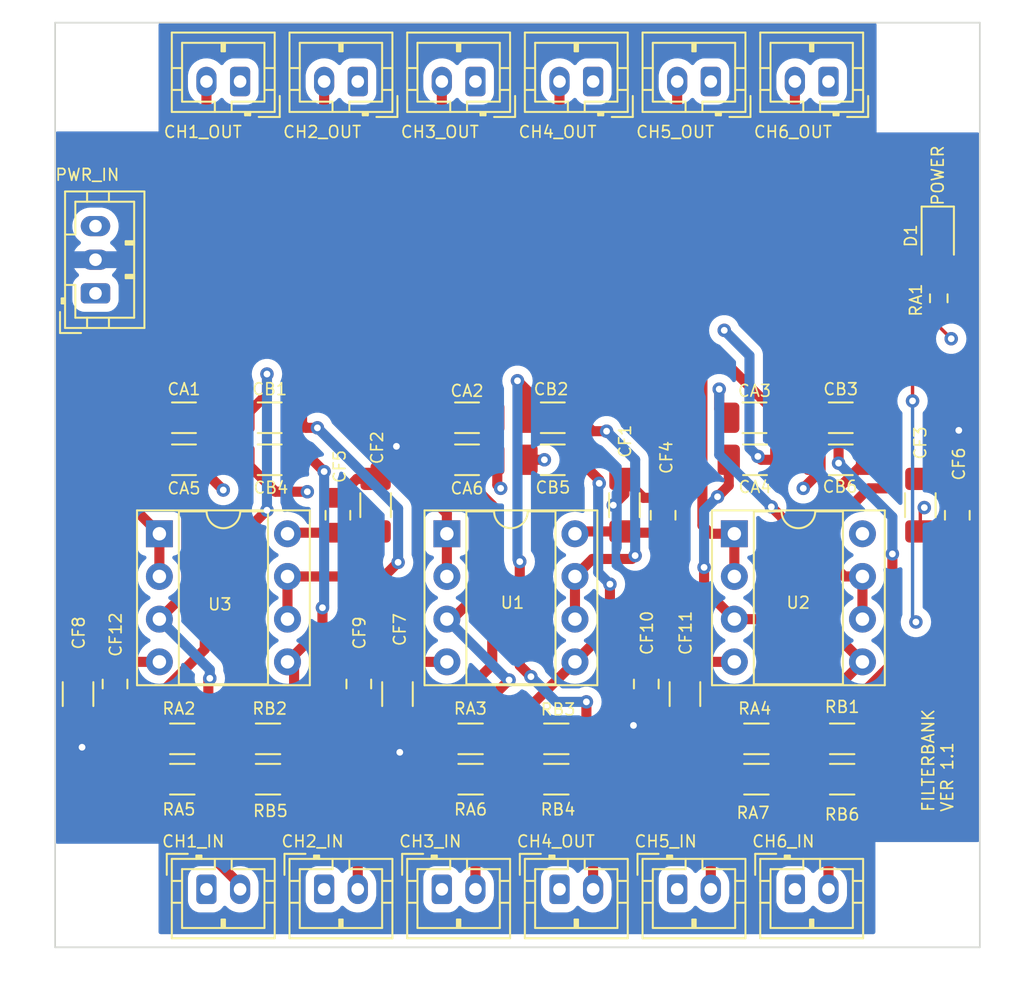
<source format=kicad_pcb>
(kicad_pcb (version 20221018) (generator pcbnew)
  (layers (0 "F.Cu" signal) (1 "In1.Cu" signal) (2 "In2.Cu" signal) (31 "B.Cu" signal) (34 "B.Paste" user) (35 "F.Paste" user) (36 "B.SilkS" user "B.Silkscreen") (37 "F.SilkS" user "F.Silkscreen") (38 "B.Mask" user) (39 "F.Mask" user) (44 "Edge.Cuts" user))
  (net 0 "")
  (net 1 "V-")
  (net 2 "V+")
  (net 3 "Net-(CA1-Pad2)")
  (net 4 "Net-(CA2-Pad2)")
  (net 5 "Net-(U1-InA+)")
  (net 6 "Net-(U2-InA+)")
  (net 7 "Net-(U3-InA+)")
  (net 8 "Net-(CA3-Pad2)")
  (net 9 "Net-(U1-InB+)")
  (net 10 "Net-(U2-InB+)")
  (net 11 "Net-(U3-InB+)")
  (net 12 "Net-(CB3-Pad1)")
  (net 13 "Net-(CB1-Pad1)")
  (net 14 "Net-(D1-A)")
  (net 15 "Net-(CB2-Pad1)")
  (net 16 "PGND")
  (net 17 "CH1GND")
  (net 18 "CH2GND")
  (net 19 "CH3GND")
  (net 20 "CH4GND")
  (net 21 "CH5GND")
  (net 22 "CH6GND")
  (net 23 "CH1IN")
  (net 24 "CH2IN")
  (net 25 "CH3IN")
  (net 26 "CH4IN")
  (net 27 "CH5IN")
  (net 28 "CH6IN")
  (net 29 "CH1OUT")
  (net 30 "CH3OUT")
  (net 31 "CH5OUT")
  (net 32 "CH4OUT")
  (net 33 "CH2OUT")
  (net 34 "CH6OUT")
  (footprint "Resistor_SMD:R_1206_3216Metric_Pad1.30x1.75mm_HandSolder" (layer "F.Cu") (at 144.0625 125.6 180)
    (fp_text reference "RB5")
    (fp_text value "7.5K")
  )
  (footprint "Connector_JST:JST_PH_B3B-PH-K_1x03_P2.00mm_Vertical" (layer "F.Cu") (at 133.8 96.7 90)
    (fp_text reference "J7" hide)
    (fp_text value "Conn_01x03_Male")
  )
  (footprint "Package_DIP:DIP-8_W7.62mm_Socket" (layer "F.Cu") (at 171.8 111)
    (fp_text reference "U2")
    (fp_text value "OPA2134")
  )
  (footprint "Connector_JST:JST_PH_B2B-PH-K_1x02_P2.00mm_Vertical" (layer "F.Cu") (at 142.4 84.1 180)
    (fp_text reference "J2" hide)
    (fp_text value "Conn_01x02_Male")
  )
  (footprint "MountingHole:MountingHole_3.2mm_M3" (layer "F.Cu") (at 183.9 133.1)
    (fp_text reference "H3" hide)
    (fp_text value "MountingHole")
  )
  (footprint "Capacitor_SMD:C_1206_3216Metric_Pad1.33x1.80mm_HandSolder" (layer "F.Cu") (at 132.7625 120.5375 90)
    (fp_text reference "CF8")
    (fp_text value "10u")
  )
  (footprint "Package_DIP:DIP-8_W7.62mm_Socket" (layer "F.Cu") (at 137.6 111)
    (fp_text reference "U3")
    (fp_text value "OPA2134")
  )
  (footprint "Connector_JST:JST_PH_B2B-PH-K_1x02_P2.00mm_Vertical" (layer "F.Cu") (at 154.4 132.15)
    (fp_text reference "J10" hide)
    (fp_text value "Conn_01x02_Male")
  )
  (footprint "Capacitor_SMD:C_0805_2012Metric_Pad1.18x1.45mm_HandSolder" (layer "F.Cu") (at 185.0625 109.9 -90)
    (fp_text reference "CF6")
    (fp_text value "0.1u")
  )
  (footprint "Capacitor_SMD:C_1206_3216Metric_Pad1.33x1.80mm_HandSolder" (layer "F.Cu") (at 150.4625 109.3 -90)
    (fp_text reference "CF2")
    (fp_text value "10u")
  )
  (footprint "Connector_JST:JST_PH_B2B-PH-K_1x02_P2.00mm_Vertical" (layer "F.Cu") (at 163.4 84.1 180)
    (fp_text reference "J4" hide)
    (fp_text value "Conn_01x02_Male")
  )
  (footprint "Capacitor_SMD:C_1206_3216Metric_Pad1.33x1.80mm_HandSolder" (layer "F.Cu") (at 144.1625 104.1)
    (fp_text reference "CB1")
    (fp_text value "470P")
  )
  (footprint "Connector_JST:JST_PH_B2B-PH-K_1x02_P2.00mm_Vertical" (layer "F.Cu") (at 140.4 132.15)
    (fp_text reference "J8" hide)
    (fp_text value "Conn_01x02_Male")
  )
  (footprint "Connector_JST:JST_PH_B2B-PH-K_1x02_P2.00mm_Vertical" (layer "F.Cu") (at 161.4 132.15)
    (fp_text reference "J11" hide)
    (fp_text value "Conn_01x02_Male")
  )
  (footprint "MountingHole:MountingHole_3.2mm_M3" (layer "F.Cu") (at 133.9 133.1)
    (fp_text reference "H4" hide)
    (fp_text value "MountingHole")
  )
  (footprint "Connector_JST:JST_PH_B2B-PH-K_1x02_P2.00mm_Vertical" (layer "F.Cu") (at 170.4 84.1 180)
    (fp_text reference "J5" hide)
    (fp_text value "Conn_01x02_Male")
  )
  (footprint "Connector_JST:JST_PH_B2B-PH-K_1x02_P2.00mm_Vertical" (layer "F.Cu") (at 168.4 132.15)
    (fp_text reference "J12" hide)
    (fp_text value "Conn_01x02_Male")
  )
  (footprint "Resistor_SMD:R_1206_3216Metric_Pad1.30x1.75mm_HandSolder" (layer "F.Cu") (at 156.1125 125.6 180)
    (fp_text reference "RA6")
    (fp_text value "7.5K")
  )
  (footprint "Resistor_SMD:R_1206_3216Metric_Pad1.30x1.75mm_HandSolder" (layer "F.Cu") (at 173.1125 123.2 180)
    (fp_text reference "RA4")
    (fp_text value "130K")
  )
  (footprint "Capacitor_SMD:C_1206_3216Metric_Pad1.33x1.80mm_HandSolder" (layer "F.Cu") (at 155.9 106.6 180)
    (fp_text reference "CA6")
    (fp_text value "47P")
  )
  (footprint "Connector_JST:JST_PH_B2B-PH-K_1x02_P2.00mm_Vertical" (layer "F.Cu") (at 177.4 84.1 180)
    (fp_text reference "J6" hide)
    (fp_text value "Conn_01x02_Male")
  )
  (footprint "Capacitor_SMD:C_1206_3216Metric_Pad1.33x1.80mm_HandSolder" (layer "F.Cu") (at 168.8625 120.5375 90)
    (fp_text reference "CF11")
    (fp_text value "10u")
  )
  (footprint "MountingHole:MountingHole_3.2mm_M3" (layer "F.Cu") (at 183.9 83.1)
    (fp_text reference "H2" hide)
    (fp_text value "MountingHole")
  )
  (footprint "Capacitor_SMD:C_1206_3216Metric_Pad1.33x1.80mm_HandSolder" (layer "F.Cu") (at 173 104.1 180)
    (fp_text reference "CA3")
    (fp_text value "470P")
  )
  (footprint "Resistor_SMD:R_1206_3216Metric_Pad1.30x1.75mm_HandSolder" (layer "F.Cu") (at 161.2125 125.6 180)
    (fp_text reference "RB4")
    (fp_text value "7.5K")
  )
  (footprint "Capacitor_SMD:C_1206_3216Metric_Pad1.33x1.80mm_HandSolder" (layer "F.Cu") (at 178.13 106.6)
    (fp_text reference "CB6")
    (fp_text value "47P")
  )
  (footprint "Capacitor_SMD:C_0805_2012Metric_Pad1.18x1.45mm_HandSolder" (layer "F.Cu") (at 149.4625 119.9375 90)
    (fp_text reference "CF9")
    (fp_text value "0.1u")
  )
  (footprint "Resistor_SMD:R_1206_3216Metric_Pad1.30x1.75mm_HandSolder" (layer "F.Cu") (at 138.9625 123.2)
    (fp_text reference "RA2")
    (fp_text value "130K")
  )
  (footprint "Capacitor_SMD:C_1206_3216Metric_Pad1.33x1.80mm_HandSolder" (layer "F.Cu") (at 161 106.6)
    (fp_text reference "CB5")
    (fp_text value "47P")
  )
  (footprint "Capacitor_SMD:C_1206_3216Metric_Pad1.33x1.80mm_HandSolder" (layer "F.Cu") (at 155.9 104.1 180)
    (fp_text reference "CA2")
    (fp_text value "470P")
  )
  (footprint "Resistor_SMD:R_1206_3216Metric_Pad1.30x1.75mm_HandSolder" (layer "F.Cu") (at 178.2125 125.6 180)
    (fp_text reference "RB6")
    (fp_text value "7.5K")
  )
  (footprint "Capacitor_SMD:C_1206_3216Metric_Pad1.33x1.80mm_HandSolder" (layer "F.Cu") (at 182.8625 109.3 -90)
    (fp_text reference "CF3")
    (fp_text value "10u")
  )
  (footprint "Capacitor_SMD:C_0805_2012Metric_Pad1.18x1.45mm_HandSolder" (layer "F.Cu") (at 167.5625 109.9 -90)
    (fp_text reference "CF4")
    (fp_text value "0.1u")
  )
  (footprint "Capacitor_SMD:C_1206_3216Metric_Pad1.33x1.80mm_HandSolder" (layer "F.Cu") (at 161 104.1)
    (fp_text reference "CB2")
    (fp_text value "470P")
  )
  (footprint "Connector_JST:JST_PH_B2B-PH-K_1x02_P2.00mm_Vertical" (layer "F.Cu") (at 175.4 132.15)
    (fp_text reference "J13" hide)
    (fp_text value "Conn_01x02_Male")
  )
  (footprint "Capacitor_SMD:C_1206_3216Metric_Pad1.33x1.80mm_HandSolder" (layer "F.Cu") (at 139.0625 104.1 180)
    (fp_text reference "CA1")
    (fp_text value "470P")
  )
  (footprint "MountingHole:MountingHole_3.2mm_M3" (layer "F.Cu") (at 133.9 83.1)
    (fp_text reference "H1" hide)
    (fp_text value "MountingHole")
  )
  (footprint "Resistor_SMD:R_1206_3216Metric_Pad1.30x1.75mm_HandSolder" (layer "F.Cu") (at 138.9625 125.6 180)
    (fp_text reference "RA5")
    (fp_text value "7.5K")
  )
  (footprint "Capacitor_SMD:C_1206_3216Metric_Pad1.33x1.80mm_HandSolder" (layer "F.Cu") (at 165.2625 109.3 -90)
    (fp_text reference "CF1")
    (fp_text value "10u")
  )
  (footprint "Resistor_SMD:R_1206_3216Metric_Pad1.30x1.75mm_HandSolder" (layer "F.Cu") (at 156.1125 123.2)
    (fp_text reference "RA3")
    (fp_text value "130K")
  )
  (footprint "Connector_JST:JST_PH_B2B-PH-K_1x02_P2.00mm_Vertical" (layer "F.Cu") (at 156.4 84.1 180)
    (fp_text reference "J3" hide)
    (fp_text value "Conn_01x02_Male")
  )
  (footprint "Resistor_SMD:R_1206_3216Metric_Pad1.30x1.75mm_HandSolder" (layer "F.Cu") (at 161.2125 123.2)
    (fp_text reference "RB3")
    (fp_text value "130K")
  )
  (footprint "Capacitor_SMD:C_1206_3216Metric_Pad1.33x1.80mm_HandSolder" (layer "F.Cu") (at 173.03 106.6 180)
    (fp_text reference "CA4")
    (fp_text value "47P")
  )
  (footprint "Capacitor_SMD:C_0805_2012Metric_Pad1.18x1.45mm_HandSolder" (layer "F.Cu") (at 166.5625 119.9375 90)
    (fp_text reference "CF10")
    (fp_text value "0.1u")
  )
  (footprint "Capacitor_SMD:C_0805_2012Metric_Pad1.18x1.45mm_HandSolder" (layer "F.Cu") (at 148.219156 109.9 -90)
    (fp_text reference "CF5")
    (fp_text value "0.1u")
  )
  (footprint "Capacitor_SMD:C_1206_3216Metric_Pad1.33x1.80mm_HandSolder" (layer "F.Cu") (at 139.0625 106.6 180)
    (fp_text reference "CA5")
    (fp_text value "47P")
  )
  (footprint "Connector_JST:JST_PH_B2B-PH-K_1x02_P2.00mm_Vertical" (layer "F.Cu") (at 147.4 132.15)
    (fp_text reference "J9" hide)
    (fp_text value "Conn_01x02_Male")
  )
  (footprint "Capacitor_SMD:C_1206_3216Metric_Pad1.33x1.80mm_HandSolder" (layer "F.Cu") (at 144.1625 106.6)
    (fp_text reference "CB4")
    (fp_text value "47P")
  )
  (footprint "LED_SMD:LED_0805_2012Metric_Pad1.15x1.40mm_HandSolder" (layer "F.Cu") (at 183.9 93.4 -90)
    (fp_text reference "D1")
    (fp_text value "YELLOW")
  )
  (footprint "Capacitor_SMD:C_1206_3216Metric_Pad1.33x1.80mm_HandSolder" (layer "F.Cu") (at 178.13 104.1)
    (fp_text reference "CB3")
    (fp_text value "470P")
  )
  (footprint "Connector_JST:JST_PH_B2B-PH-K_1x02_P2.00mm_Vertical" (layer "F.Cu") (at 149.4 84.1 180)
    (fp_text reference "J1" hide)
    (fp_text value "Conn_01x02_Male")
  )
  (footprint "Capacitor_SMD:C_0805_2012Metric_Pad1.18x1.45mm_HandSolder" (layer "F.Cu") (at 134.9625 119.9375 90)
    (fp_text reference "CF12")
    (fp_text value "0.1u")
  )
  (footprint "Resistor_SMD:R_1206_3216Metric_Pad1.30x1.75mm_HandSolder" (layer "F.Cu") (at 178.2125 123.2)
    (fp_text reference "RB1")
    (fp_text value "130K")
  )
  (footprint "Capacitor_SMD:C_1206_3216Metric_Pad1.33x1.80mm_HandSolder" (layer "F.Cu") (at 151.7625 120.5375 90)
    (fp_text reference "CF7")
    (fp_text value "10u")
  )
  (footprint "Resistor_SMD:R_1206_3216Metric_Pad1.30x1.75mm_HandSolder" (layer "F.Cu") (at 173.1125 125.6 180)
    (fp_text reference "RA7")
    (fp_text value "7.5K")
  )
  (footprint "Resistor_SMD:R_0603_1608Metric" (layer "F.Cu") (at 183.96 96.995 -90)
    (fp_text reference "RA1")
    (fp_text value "7.5K")
  )
  (footprint "Resistor_SMD:R_1206_3216Metric_Pad1.30x1.75mm_HandSolder" (layer "F.Cu") (at 144.0625 123.2 180)
    (fp_text reference "RB2")
    (fp_text value "130K")
  )
  (footprint "Package_DIP:DIP-8_W7.62mm_Socket" (layer "F.Cu") (at 154.7 111)
    (fp_text reference "U1")
    (fp_text value "OPA2134")
  )
  (gr_line (start 186.4 135.6) (end 186.4 80.6) (stroke (width 0.1)) (layer "Edge.Cuts"))
  (gr_line (start 186.4 80.6) (end 131.4 80.6) (stroke (width 0.1)) (layer "Edge.Cuts"))
  (gr_line (start 131.4 80.6) (end 131.4 135.6) (stroke (width 0.1)) (layer "Edge.Cuts"))
  (gr_line (start 131.4 135.6) (end 186.4 135.6) (stroke (width 0.1)) (layer "Edge.Cuts"))
  (gr_text "CH1_IN\n" (at 137.7 129.3) (layer "F.SilkS") (effects (font (size 0.7 0.7) (thickness 0.1)) (justify left)))
  (gr_text "CH1_OUT\n" (at 137.8 87.1) (layer "F.SilkS") (effects (font (size 0.7 0.7) (thickness 0.1)) (justify left)))
  (gr_text "CH3_OUT\n" (at 151.9 87.1) (layer "F.SilkS") (effects (font (size 0.7 0.7) (thickness 0.1)) (justify left)))
  (gr_text "CH5_OUT\n" (at 165.9 87.1) (layer "F.SilkS") (effects (font (size 0.7 0.7) (thickness 0.1)) (justify left)))
  (gr_text "CH2_IN\n" (at 144.8 129.3) (layer "F.SilkS") (effects (font (size 0.7 0.7) (thickness 0.1)) (justify left)))
  (gr_text "FILTERBANK\nVER 1.1" (at 183.9 127.6 90) (layer "F.SilkS") (effects (font (size 0.7 0.7) (thickness 0.1)) (justify left)))
  (gr_text "CH3_IN\n" (at 151.8 129.3) (layer "F.SilkS") (effects (font (size 0.7 0.7) (thickness 0.1)) (justify left)))
  (gr_text "CH4_OUT\n" (at 158.8 129.3) (layer "F.SilkS") (effects (font (size 0.7 0.7) (thickness 0.1)) (justify left)))
  (gr_text "CH6_OUT\n" (at 172.9 87.1) (layer "F.SilkS") (effects (font (size 0.7 0.7) (thickness 0.1)) (justify left)))
  (gr_text "CH6_IN\n" (at 172.8 129.3) (layer "F.SilkS") (effects (font (size 0.7 0.7) (thickness 0.1)) (justify left)))
  (gr_text "CH5_IN\n" (at 165.8 129.3) (layer "F.SilkS") (effects (font (size 0.7 0.7) (thickness 0.1)) (justify left)))
  (gr_text "CH4_OUT\n" (at 158.9 87.1) (layer "F.SilkS") (effects (font (size 0.7 0.7) (thickness 0.1)) (justify left)))
  (gr_text "POWER" (at 183.9 91.54 90) (layer "F.SilkS") (effects (font (size 0.7 0.7) (thickness 0.1)) (justify left)))
  (gr_text "PWR_IN" (at 131.35 89.65) (layer "F.SilkS") (effects (font (size 0.7 0.7) (thickness 0.1)) (justify left)))
  (gr_text "CH2_OUT\n" (at 144.9 87.1) (layer "F.SilkS") (effects (font (size 0.7 0.7) (thickness 0.1)) (justify left)))
  (segment (start 137.6 118.62) (end 135.2425 118.62) (width 0.6) (layer "F.Cu") (net 1))
  (segment (start 171.8 118.62) (end 169.2175 118.62) (width 0.6) (layer "F.Cu") (net 1))
  (segment (start 183.9 92.375) (end 182.4 93.875) (width 0.2) (layer "F.Cu") (net 1))
  (segment (start 168.8625 118.975) (end 166.6375 118.975) (width 0.6) (layer "F.Cu") (net 1))
  (segment (start 154.7 118.62) (end 152.1175 118.62) (width 0.6) (layer "F.Cu") (net 1))
  (segment (start 134.9625 118.9) (end 132.8375 118.9) (width 0.6) (layer "F.Cu") (net 1))
  (segment (start 182.4 93.875) (end 182.4 103.1) (width 0.2) (layer "F.Cu") (net 1))
  (segment (start 151.7625 118.975) (end 149.5375 118.975) (width 0.6) (layer "F.Cu") (net 1))
  (via (at 182.4 103.1) (size 0.8) (drill 0.4) (layers "F.Cu" "B.Cu") (net 1))
  (via (at 182.6 116.25) (size 0.8) (drill 0.4) (layers "F.Cu" "B.Cu") (net 1))
  (segment (start 182.6 116.25) (end 182.4 116.05) (width 0.2) (layer "B.Cu") (net 1))
  (segment (start 182.4 116.05) (end 182.4 103.1) (width 0.2) (layer "B.Cu") (net 1))
  (segment (start 167.5625 110.9375) (end 165.3375 110.9375) (width 0.6) (layer "F.Cu") (net 2))
  (segment (start 183.96 98.66) (end 184.7 99.4) (width 0.2) (layer "F.Cu") (net 2))
  (segment (start 185.0625 110.9375) (end 182.9375 110.9375) (width 0.2) (layer "F.Cu") (net 2))
  (segment (start 150.4625 110.8625) (end 148.294156 110.8625) (width 0.6) (layer "F.Cu") (net 2))
  (segment (start 165.2625 110.8625) (end 162.4575 110.8625) (width 0.6) (layer "F.Cu") (net 2))
  (segment (start 182.8625 110.8625) (end 182.8625 109.679393) (width 0.2) (layer "F.Cu") (net 2))
  (segment (start 183.96 97.82) (end 183.96 98.66) (width 0.2) (layer "F.Cu") (net 2))
  (segment (start 182.8625 109.679393) (end 183.0995 109.442393) (width 0.2) (layer "F.Cu") (net 2))
  (segment (start 148.219156 110.9375) (end 145.2825 110.9375) (width 0.6) (layer "F.Cu") (net 2))
  (via (at 184.7 99.4) (size 0.8) (drill 0.4) (layers "F.Cu" "B.Cu") (net 2))
  (via (at 183.0995 109.442393) (size 0.8) (drill 0.4) (layers "F.Cu" "B.Cu") (net 2))
  (segment (start 137.4125 120.756834) (end 140.3 117.869334) (width 0.6) (layer "F.Cu") (net 3))
  (segment (start 139.1 104.6) (end 138.6 104.1) (width 0.6) (layer "F.Cu") (net 3))
  (segment (start 137.4125 123.2) (end 137.4125 120.756834) (width 0.6) (layer "F.Cu") (net 3))
  (segment (start 139.1 107.9) (end 139.1 104.6) (width 0.6) (layer "F.Cu") (net 3))
  (segment (start 138.6 104.1) (end 137.5 104.1) (width 0.6) (layer "F.Cu") (net 3))
  (segment (start 140.3 117.869334) (end 140.3 109.1) (width 0.6) (layer "F.Cu") (net 3))
  (segment (start 140.3 109.1) (end 139.1 107.9) (width 0.6) (layer "F.Cu") (net 3))
  (segment (start 137.4125 125.6) (end 137.4125 123.2) (width 0.6) (layer "F.Cu") (net 3))
  (segment (start 154.5625 121.6375) (end 157.4 118.8) (width 0.6) (layer "F.Cu") (net 4))
  (segment (start 157.4 118.8) (end 157.4 109.3) (width 0.6) (layer "F.Cu") (net 4))
  (segment (start 154.5625 123.2) (end 154.5625 121.6375) (width 0.6) (layer "F.Cu") (net 4))
  (segment (start 154.5625 125.6) (end 154.5625 123.2) (width 0.6) (layer "F.Cu") (net 4))
  (segment (start 157.4 109.3) (end 155.7 107.6) (width 0.6) (layer "F.Cu") (net 4))
  (segment (start 155.7 107.6) (end 155.7 105.4625) (width 0.6) (layer "F.Cu") (net 4))
  (segment (start 155.7 105.4625) (end 154.3375 104.1) (width 0.6) (layer "F.Cu") (net 4))
  (segment (start 157.6625 120.4375) (end 158.4 119.7) (width 0.6) (layer "F.Cu") (net 5))
  (segment (start 154.3375 107.7375) (end 154.3375 106.6) (width 0.6) (layer "F.Cu") (net 5))
  (segment (start 156.3 109.7) (end 154.3375 107.7375) (width 0.6) (layer "F.Cu") (net 5))
  (segment (start 156.3 114.8) (end 156.3 109.7) (width 0.6) (layer "F.Cu") (net 5))
  (segment (start 155.02 116.08) (end 156.3 114.8) (width 0.6) (layer "F.Cu") (net 5))
  (segment (start 154.7 116.08) (end 155.02 116.08) (width 0.6) (layer "F.Cu") (net 5))
  (segment (start 157.6625 123.2) (end 157.6625 120.4375) (width 0.6) (layer "F.Cu") (net 5))
  (via (at 158.4 119.7) (size 0.8) (drill 0.4) (layers "F.Cu" "B.Cu") (net 5))
  (segment (start 158.32 119.7) (end 158.4 119.7) (width 0.6) (layer "B.Cu") (net 5))
  (segment (start 154.7 116.08) (end 158.32 119.7) (width 0.6) (layer "B.Cu") (net 5))
  (segment (start 171.4675 108.1325) (end 170.8 108.8) (width 0.6) (layer "F.Cu") (net 6))
  (segment (start 171.5625 122.9375) (end 173.7 120.8) (width 0.6) (layer "F.Cu") (net 6))
  (segment (start 170 113) (end 170 114.28) (width 0.6) (layer "F.Cu") (net 6))
  (segment (start 173.18 116.08) (end 171.8 116.08) (width 0.6) (layer "F.Cu") (net 6))
  (segment (start 170 114.28) (end 171.8 116.08) (width 0.6) (layer "F.Cu") (net 6))
  (segment (start 173.7 116.6) (end 173.18 116.08) (width 0.6) (layer "F.Cu") (net 6))
  (segment (start 173.7 120.8) (end 173.7 116.6) (width 0.6) (layer "F.Cu") (net 6))
  (segment (start 171.4675 106.6) (end 171.4675 108.1325) (width 0.6) (layer "F.Cu") (net 6))
  (via (at 170.8 108.8) (size 0.8) (drill 0.4) (layers "F.Cu" "B.Cu") (net 6))
  (via (at 170 113) (size 0.8) (drill 0.4) (layers "F.Cu" "B.Cu") (net 6))
  (segment (start 170.8 108.8) (end 170 109.6) (width 0.6) (layer "B.Cu") (net 6))
  (segment (start 170 109.6) (end 170 113) (width 0.6) (layer "B.Cu") (net 6))
  (segment (start 137.8 108.7) (end 137.5 108.4) (width 0.6) (layer "F.Cu") (net 7))
  (segment (start 137.6 116.08) (end 139.2 114.48) (width 0.6) (layer "F.Cu") (net 7))
  (segment (start 139.2 109.5) (end 138.4 108.7) (width 0.6) (layer "F.Cu") (net 7))
  (segment (start 137.5 108.4) (end 137.5 106.6) (width 0.6) (layer "F.Cu") (net 7))
  (segment (start 140.5125 123.2) (end 140.5125 119.6875) (width 0.6) (layer "F.Cu") (net 7))
  (segment (start 138.4 108.7) (end 137.8 108.7) (width 0.6) (layer "F.Cu") (net 7))
  (segment (start 139.2 114.48) (end 139.2 109.5) (width 0.6) (layer "F.Cu") (net 7))
  (segment (start 140.5125 119.6875) (end 140.6 119.6) (width 0.6) (layer "F.Cu") (net 7))
  (via (at 140.6 119.6) (size 0.8) (drill 0.4) (layers "F.Cu" "B.Cu") (net 7))
  (segment (start 137.6 116.08) (end 140.6 119.08) (width 0.6) (layer "B.Cu") (net 7))
  (segment (start 140.6 119.08) (end 140.6 119.6) (width 0.6) (layer "B.Cu") (net 7))
  (segment (start 171.5625 125.6) (end 172.2625 125.6) (width 0.6) (layer "F.Cu") (net 8))
  (segment (start 174.6625 110.0625) (end 174 109.4) (width 0.6) (layer "F.Cu") (net 8))
  (segment (start 174.6625 123.2) (end 174.6625 110.0625) (width 0.6) (layer "F.Cu") (net 8))
  (segment (start 170.9 102.4) (end 170.9 103.5625) (width 0.6) (layer "F.Cu") (net 8))
  (segment (start 172.2625 125.6) (end 174.6625 123.2) (width 0.6) (layer "F.Cu") (net 8))
  (segment (start 170.9 103.5625) (end 171.4375 104.1) (width 0.6) (layer "F.Cu") (net 8))
  (via (at 170.9 102.4) (size 0.8) (drill 0.4) (layers "F.Cu" "B.Cu") (net 8))
  (via (at 174 109.4) (size 0.8) (drill 0.4) (layers "F.Cu" "B.Cu") (net 8))
  (segment (start 174 109.4) (end 170.9 106.3) (width 0.6) (layer "B.Cu") (net 8))
  (segment (start 170.9 106.3) (end 170.9 102.4) (width 0.6) (layer "B.Cu") (net 8))
  (segment (start 159.6625 121.2775) (end 162.32 118.62) (width 0.6) (layer "F.Cu") (net 9))
  (segment (start 163.763 107.8005) (end 162.5625 106.6) (width 0.6) (layer "F.Cu") (net 9))
  (segment (start 164.34 116.6) (end 164.4 116.6) (width 0.6) (layer "F.Cu") (net 9))
  (segment (start 163.763 108) (end 163.763 107.8005) (width 0.6) (layer "F.Cu") (net 9))
  (segment (start 159.6625 123.2) (end 159.6625 121.2775) (width 0.6) (layer "F.Cu") (net 9))
  (segment (start 164.4 116.6) (end 164.4 114) (width 0.6) (layer "F.Cu") (net 9))
  (segment (start 162.32 118.62) (end 164.34 116.6) (width 0.6) (layer "F.Cu") (net 9))
  (via (at 164.4 114) (size 0.8) (drill 0.4) (layers "F.Cu" "B.Cu") (net 9))
  (via (at 163.763 108) (size 0.8) (drill 0.4) (layers "F.Cu" "B.Cu") (net 9))
  (segment (start 163.7005 113.3005) (end 163.7005 108.0625) (width 0.6) (layer "B.Cu") (net 9))
  (segment (start 164.4 114) (end 163.7005 113.3005) (width 0.6) (layer "B.Cu") (net 9))
  (segment (start 163.7005 108.0625) (end 163.763 108) (width 0.6) (layer "B.Cu") (net 9))
  (segment (start 179.42 118.62) (end 176.900499 116.100499) (width 0.6) (layer "F.Cu") (net 10))
  (segment (start 176.6625 123.2) (end 176.6625 121.3775) (width 0.6) (layer "F.Cu") (net 10))
  (segment (start 176.900499 109.392001) (end 179.6925 106.6) (width 0.6) (layer "F.Cu") (net 10))
  (segment (start 176.6625 121.3775) (end 179.42 118.62) (width 0.6) (layer "F.Cu") (net 10))
  (segment (start 176.900499 116.100499) (end 176.900499 109.392001) (width 0.6) (layer "F.Cu") (net 10))
  (segment (start 147.3 116.54) (end 145.22 118.62) (width 0.6) (layer "F.Cu") (net 11))
  (segment (start 145.6125 123.2) (end 145.6125 119.0125) (width 0.6) (layer "F.Cu") (net 11))
  (segment (start 145.725 106.6) (end 146.7 106.6) (width 0.6) (layer "F.Cu") (net 11))
  (segment (start 147.3 115.4) (end 147.3 116.54) (width 0.6) (layer "F.Cu") (net 11))
  (segment (start 145.6125 119.0125) (end 145.22 118.62) (width 0.6) (layer "F.Cu") (net 11))
  (segment (start 146.7 106.6) (end 147.4 107.3) (width 0.6) (layer "F.Cu") (net 11))
  (via (at 147.3 115.4) (size 0.8) (drill 0.4) (layers "F.Cu" "B.Cu") (net 11))
  (via (at 147.4 107.3) (size 0.8) (drill 0.4) (layers "F.Cu" "B.Cu") (net 11))
  (segment (start 147.4 115.3) (end 147.3 115.4) (width 0.6) (layer "B.Cu") (net 11))
  (segment (start 147.4 107.3) (end 147.4 115.3) (width 0.6) (layer "B.Cu") (net 11))
  (segment (start 179.7625 120.1375) (end 181.2 118.7) (width 0.6) (layer "F.Cu") (net 12))
  (segment (start 178 105.5325) (end 176.5675 104.1) (width 0.6) (layer "F.Cu") (net 12))
  (segment (start 179.7625 123.2) (end 179.7625 120.1375) (width 0.6) (layer "F.Cu") (net 12))
  (segment (start 181.2 118.7) (end 181.2 112.2) (width 0.6) (layer "F.Cu") (net 12))
  (segment (start 179.7625 125.6) (end 179.7625 123.2) (width 0.6) (layer "F.Cu") (net 12))
  (segment (start 178 106.8) (end 178 105.5325) (width 0.6) (layer "F.Cu") (net 12))
  (via (at 178 106.8) (size 0.8) (drill 0.4) (layers "F.Cu" "B.Cu") (net 12))
  (via (at 181.2 112.2) (size 0.8) (drill 0.4) (layers "F.Cu" "B.Cu") (net 12))
  (segment (start 181.2 110) (end 178 106.8) (width 0.6) (layer "B.Cu") (net 12))
  (segment (start 181.2 112.2) (end 181.2 110) (width 0.6) (layer "B.Cu") (net 12))
  (segment (start 142.5125 111.0875) (end 144 109.6) (width 0.6) (layer "F.Cu") (net 13))
  (segment (start 144 102.7) (end 142.6 104.1) (width 0.6) (layer "F.Cu") (net 13))
  (segment (start 142.5125 123.2) (end 143.2125 123.2) (width 0.6) (layer "F.Cu") (net 13))
  (segment (start 143.2125 123.2) (end 145.6125 125.6) (width 0.6) (layer "F.Cu") (net 13))
  (segment (start 144 101.5) (end 144 102.7) (width 0.6) (layer "F.Cu") (net 13))
  (segment (start 142.5125 123.2) (end 142.5125 111.0875) (width 0.6) (layer "F.Cu") (net 13))
  (via (at 144 101.5) (size 0.8) (drill 0.4) (layers "F.Cu" "B.Cu") (net 13))
  (via (at 144 109.6) (size 0.8) (drill 0.4) (layers "F.Cu" "B.Cu") (net 13))
  (segment (start 144 109.6) (end 144 101.5) (width 0.6) (layer "B.Cu") (net 13))
  (segment (start 183.9 94.6875) (end 183.9 96.11) (width 0.25) (layer "F.Cu") (net 14))
  (segment (start 159.4375 104.1) (end 159.4375 102.4375) (width 0.6) (layer "F.Cu") (net 15))
  (segment (start 159.036536 118.836536) (end 159.036536 112.658004) (width 0.6) (layer "F.Cu") (net 15))
  (segment (start 163 121) (end 163 122.9625) (width 0.6) (layer "F.Cu") (net 15))
  (segment (start 162.7625 125.6) (end 162.7625 123.2) (width 0.6) (layer "F.Cu") (net 15))
  (segment (start 159.7 119.5) (end 159.036536 118.836536) (width 0.6) (layer "F.Cu") (net 15))
  (segment (start 159.4375 102.4375) (end 158.9 101.9) (width 0.6) (layer "F.Cu") (net 15))
  (via (at 159.036536 112.658004) (size 0.8) (drill 0.4) (layers "F.Cu" "B.Cu") (net 15))
  (via (at 158.9 101.9) (size 0.8) (drill 0.4) (layers "F.Cu" "B.Cu") (net 15))
  (via (at 163 121) (size 0.8) (drill 0.4) (layers "F.Cu" "B.Cu") (net 15))
  (via (at 159.7 119.5) (size 0.8) (drill 0.4) (layers "F.Cu" "B.Cu") (net 15))
  (segment (start 159.7 119.5) (end 161.2 121) (width 0.6) (layer "B.Cu") (net 15))
  (segment (start 158.9 112.521468) (end 159.036536 112.658004) (width 0.6) (layer "B.Cu") (net 15))
  (segment (start 161.2 121) (end 163 121) (width 0.6) (layer "B.Cu") (net 15))
  (segment (start 158.9 101.9) (end 158.9 112.521468) (width 0.6) (layer "B.Cu") (net 15))
  (segment (start 151.7625 123.8625) (end 151.9 124) (width 0.6) (layer "F.Cu") (net 16))
  (segment (start 132.7625 122.1) (end 133.8375 122.1) (width 0.6) (layer "F.Cu") (net 16))
  (segment (start 183.9375 107.7375) (end 185.0625 108.8625) (width 0.6) (layer "F.Cu") (net 16))
  (segment (start 149.344156 107.7375) (end 148.219156 108.8625) (width 0.6) (layer "F.Cu") (net 16))
  (segment (start 166.3875 108.8625) (end 165.2625 107.7375) (width 0.6) (layer "F.Cu") (net 16))
  (segment (start 185.0625 108.8625) (end 185.0625 104.9375) (width 0.6) (layer "F.Cu") (net 16))
  (segment (start 165.2625 107.7375) (end 165.2625 108.6375) (width 0.6) (layer "F.Cu") (net 16))
  (segment (start 133.8375 122.1) (end 134.9625 120.975) (width 0.6) (layer "F.Cu") (net 16))
  (segment (start 166.5625 121.6375) (end 165.8 122.4) (width 0.6) (layer "F.Cu") (net 16))
  (segment (start 182.8625 107.7375) (end 183.9375 107.7375) (width 0.6) (layer "F.Cu") (net 16))
  (segment (start 132.7625 122.1) (end 132.7625 123.4625) (width 0.6) (layer "F.Cu") (net 16))
  (segment (start 132.7625 123.4625) (end 133 123.7) (width 0.6) (layer "F.Cu") (net 16))
  (segment (start 167.5625 108.8625) (end 166.3875 108.8625) (width 0.6) (layer "F.Cu") (net 16))
  (segment (start 166.5625 120.975) (end 166.5625 121.6375) (width 0.6) (layer "F.Cu") (net 16))
  (segment (start 150.4625 107.0375) (end 151.7 105.8) (width 0.6) (layer "F.Cu") (net 16))
  (segment (start 150.4625 107.7375) (end 149.344156 107.7375) (width 0.6) (layer "F.Cu") (net 16))
  (segment (start 167.7375 120.975) (end 168.8625 122.1) (width 0.6) (layer "F.Cu") (net 16))
  (segment (start 151.7625 122.1) (end 151.7625 123.8625) (width 0.6) (layer "F.Cu") (net 16))
  (segment (start 185.0625 104.9375) (end 185.15 104.85) (width 0.6) (layer "F.Cu") (net 16))
  (segment (start 150.4625 107.7375) (end 150.4625 107.0375) (width 0.6) (layer "F.Cu") (net 16))
  (segment (start 166.5625 120.975) (end 167.7375 120.975) (width 0.6) (layer "F.Cu") (net 16))
  (segment (start 149.4625 120.975) (end 150.6375 120.975) (width 0.6) (layer "F.Cu") (net 16))
  (segment (start 150.6375 120.975) (end 151.7625 122.1) (width 0.6) (layer "F.Cu") (net 16))
  (segment (start 165.2625 108.6375) (end 164.6 109.3) (width 0.6) (layer "F.Cu") (net 16))
  (via (at 151.9 124) (size 0.8) (drill 0.4) (layers "F.Cu" "B.Cu") (net 16))
  (via (at 164.6 109.3) (size 0.8) (drill 0.4) (layers "F.Cu" "B.Cu") (net 16))
  (via (at 151.7 105.8) (size 0.8) (drill 0.4) (layers "F.Cu" "B.Cu") (net 16))
  (via (at 185.15 104.85) (size 0.8) (drill 0.4) (layers "F.Cu" "B.Cu") (net 16))
  (via (at 133 123.7) (size 0.8) (drill 0.4) (layers "F.Cu" "B.Cu") (net 16))
  (via (at 165.8 122.4) (size 0.8) (drill 0.4) (layers "F.Cu" "B.Cu") (net 16))
  (segment (start 140.625 107.625) (end 141.4 108.4) (width 0.6) (layer "F.Cu") (net 17))
  (segment (start 140.625 106.6) (end 140.625 107.625) (width 0.6) (layer "F.Cu") (net 17))
  (via (at 141.4 108.4) (size 0.8) (drill 0.4) (layers "F.Cu" "B.Cu") (net 17))
  (segment (start 145.4 108.5) (end 146.4 108.5) (width 0.6) (layer "F.Cu") (net 18))
  (segment (start 144.5 108.5) (end 145.4 108.5) (width 0.6) (layer "F.Cu") (net 18))
  (segment (start 142.6 106.6) (end 144.5 108.5) (width 0.6) (layer "F.Cu") (net 18))
  (via (at 146.4 108.5) (size 0.8) (drill 0.4) (layers "F.Cu" "B.Cu") (net 18))
  (segment (start 157.7 106.8375) (end 157.7 108.1) (width 0.6) (layer "F.Cu") (net 19))
  (segment (start 157.7 108.1) (end 157.9 108.3) (width 0.6) (layer "F.Cu") (net 19))
  (via (at 157.9 108.3) (size 0.8) (drill 0.4) (layers "F.Cu" "B.Cu") (net 19))
  (segment (start 159.4375 106.6) (end 160.5005 106.6) (width 0.6) (layer "F.Cu") (net 20))
  (via (at 160.5005 106.6) (size 0.8) (drill 0.4) (layers "F.Cu" "B.Cu") (net 20))
  (segment (start 173.4 106.6) (end 173.2 106.4) (width 0.6) (layer "F.Cu") (net 21))
  (segment (start 174.5925 106.6) (end 173.4 106.6) (width 0.6) (layer "F.Cu") (net 21))
  (via (at 171.2 98.9) (size 0.8) (drill 0.4) (layers "F.Cu" "B.Cu") (net 21))
  (via (at 173.2 106.4) (size 0.8) (drill 0.4) (layers "F.Cu" "B.Cu") (net 21))
  (segment (start 173.2 106.4) (end 172.7 105.9) (width 0.6) (layer "B.Cu") (net 21))
  (segment (start 172.7 105.9) (end 172.7 100.4) (width 0.6) (layer "B.Cu") (net 21))
  (segment (start 172.7 100.4) (end 171.2 98.9) (width 0.6) (layer "B.Cu") (net 21))
  (segment (start 176.5675 107.6325) (end 175.9 108.3) (width 0.6) (layer "F.Cu") (net 22))
  (segment (start 176.5675 106.6) (end 176.5675 107.6325) (width 0.6) (layer "F.Cu") (net 22))
  (via (at 175.9 108.3) (size 0.8) (drill 0.4) (layers "F.Cu" "B.Cu") (net 22))
  (segment (start 142.4 131.875) (end 140.5125 129.9875) (width 0.6) (layer "F.Cu") (net 23))
  (segment (start 140.5125 129.9875) (end 140.5125 125.6) (width 0.6) (layer "F.Cu") (net 23))
  (segment (start 142.5125 125.6) (end 142.5125 126.9125) (width 0.6) (layer "F.Cu") (net 24))
  (segment (start 142.5125 126.9125) (end 143.7 128.1) (width 0.6) (layer "F.Cu") (net 24))
  (segment (start 147.3 128.1) (end 149.4 130.2) (width 0.6) (layer "F.Cu") (net 24))
  (segment (start 149.4 130.2) (end 149.4 132.15) (width 0.6) (layer "F.Cu") (net 24))
  (segment (start 143.7 128.1) (end 147.3 128.1) (width 0.6) (layer "F.Cu") (net 24))
  (segment (start 157.6625 125.6) (end 156.4 126.8625) (width 0.6) (layer "F.Cu") (net 25))
  (segment (start 156.4 126.8625) (end 156.4 132.15) (width 0.6) (layer "F.Cu") (net 25))
  (segment (start 163.4 129.2) (end 163.4 132.15) (width 0.6) (layer "F.Cu") (net 26))
  (segment (start 159.8 125.6) (end 163.4 129.2) (width 0.6) (layer "F.Cu") (net 26))
  (segment (start 170.4 129.6) (end 172.3 127.7) (width 0.6) (layer "F.Cu") (net 27))
  (segment (start 170.4 132.15) (end 170.4 129.6) (width 0.6) (layer "F.Cu") (net 27))
  (segment (start 172.3 127.7) (end 173.8 127.7) (width 0.6) (layer "F.Cu") (net 27))
  (segment (start 173.8 127.7) (end 174.6625 126.8375) (width 0.6) (layer "F.Cu") (net 27))
  (segment (start 174.6625 126.8375) (end 174.6625 125.6) (width 0.6) (layer "F.Cu") (net 27))
  (segment (start 176.6625 129.3625) (end 177.4 130.1) (width 0.6) (layer "F.Cu") (net 28))
  (segment (start 177.4 130.1) (end 177.4 132.15) (width 0.6) (layer "F.Cu") (net 28))
  (segment (start 176.6625 125.6) (end 176.6625 129.3625) (width 0.6) (layer "F.Cu") (net 28))
  (segment (start 140.4 100) (end 140.4 103.875) (width 0.6) (layer "F.Cu") (net 29))
  (segment (start 137.6 100) (end 140.4 100) (width 0.6) (layer "F.Cu") (net 29))
  (segment (start 140.4 84.1) (end 140.4 100) (width 0.6) (layer "F.Cu") (net 29))
  (segment (start 137.6 111) (end 135.5 108.9) (width 0.6) (layer "F.Cu") (net 29))
  (segment (start 135.5 102.1) (end 137.6 100) (width 0.6) (layer "F.Cu") (net 29))
  (segment (start 137.6 111) (end 137.6 113.54) (width 0.6) (layer "F.Cu") (net 29))
  (segment (start 135.5 108.9) (end 135.5 102.1) (width 0.6) (layer "F.Cu") (net 29))
  (segment (start 154.7 111) (end 154.7 113.54) (width 0.6) (layer "F.Cu") (net 30))
  (segment (start 152.9 102.5375) (end 154.4 101.0375) (width 0.6) (layer "F.Cu") (net 30))
  (segment (start 154.4 101.0375) (end 157.4625 104.1) (width 0.6) (layer "F.Cu") (net 30))
  (segment (start 154.7 111) (end 154.7 109.8) (width 0.6) (layer "F.Cu") (net 30))
  (segment (start 154.7 109.8) (end 152.9 108) (width 0.6) (layer "F.Cu") (net 30))
  (segment (start 152.9 108) (end 152.9 102.5375) (width 0.6) (layer "F.Cu") (net 30))
  (segment (start 154.4 84.1) (end 154.4 101.0375) (width 0.6) (layer "F.Cu") (net 30))
  (segment (start 168.4 84.1) (end 168.4 97.9375) (width 0.6) (layer "F.Cu") (net 31))
  (segment (start 168.4 97.9375) (end 170.88125 100.41875) (width 0.6) (layer "F.Cu") (net 31))
  (segment (start 169.9 101.4) (end 170.88125 100.41875) (width 0.6) (layer "F.Cu") (net 31))
  (segment (start 169.9 110.5) (end 169.9 101.4) (width 0.6) (layer "F.Cu") (net 31))
  (segment (start 170.88125 100.41875) (end 174.5625 104.1) (width 0.6) (layer "F.Cu") (net 31))
  (segment (start 171.8 111) (end 171.8 113.54) (width 0.6) (layer "F.Cu") (net 31))
  (segment (start 171.8 111) (end 170.4 111) (width 0.6) (layer "F.Cu") (net 31))
  (segment (start 170.4 111) (end 169.9 110.5) (width 0.6) (layer "F.Cu") (net 31))
  (segment (start 163.36 112.5) (end 163.7 112.5) (width 0.6) (layer "F.Cu") (net 32))
  (segment (start 162.32 113.54) (end 163.36 112.5) (width 0.6) (layer "F.Cu") (net 32))
  (segment (start 165.7 112.5) (end 165.9 112.3) (width 0.6) (layer "F.Cu") (net 32))
  (segment (start 164.2 104.9) (end 163.3625 104.9) (width 0.6) (layer "F.Cu") (net 32))
  (segment (start 161.4 84.1) (end 161.4 102.9375) (width 0.6) (layer "F.Cu") (net 32))
  (segment (start 163.7 112.5) (end 165.7 112.5) (width 0.6) (layer "F.Cu") (net 32))
  (segment (start 161.4 102.9375) (end 162.5625 104.1) (width 0.6) (layer "F.Cu") (net 32))
  (segment (start 163.3625 104.9) (end 162.5625 104.1) (width 0.6) (layer "F.Cu") (net 32))
  (segment (start 162.32 113.54) (end 162.32 116.08) (width 0.6) (layer "F.Cu") (net 32))
  (via (at 165.9 112.3) (size 0.8) (drill 0.4) (layers "F.Cu" "B.Cu") (net 32))
  (via (at 164.2 104.9) (size 0.8) (drill 0.4) (layers "F.Cu" "B.Cu") (net 32))
  (segment (start 165.9 112.3) (end 165.9 106.6) (width 0.6) (layer "B.Cu") (net 32))
  (segment (start 165.9 106.6) (end 164.2 104.9) (width 0.6) (layer "B.Cu") (net 32))
  (segment (start 147 104.7) (end 146.325 104.7) (width 0.6) (layer "F.Cu") (net 33))
  (segment (start 145.22 113.54) (end 145.22 116.08) (width 0.6) (layer "F.Cu") (net 33))
  (segment (start 150.96 113.54) (end 151.8 112.7) (width 0.6) (layer "F.Cu") (net 33))
  (segment (start 146.325 104.7) (end 145.725 104.1) (width 0.6) (layer "F.Cu") (net 33))
  (segment (start 147.4 84.1) (end 147.4 102.425) (width 0.6) (layer "F.Cu") (net 33))
  (segment (start 145.22 113.54) (end 150.96 113.54) (width 0.6) (layer "F.Cu") (net 33))
  (segment (start 147.4 102.425) (end 145.725 104.1) (width 0.6) (layer "F.Cu") (net 33))
  (via (at 147 104.7) (size 0.8) (drill 0.4) (layers "F.Cu" "B.Cu") (net 33))
  (via (at 151.8 112.7) (size 0.8) (drill 0.4) (layers "F.Cu" "B.Cu") (net 33))
  (segment (start 151.8 112.7) (end 151.8 109.5) (width 0.6) (layer "B.Cu") (net 33))
  (segment (start 151.8 109.5) (end 147 104.7) (width 0.6) (layer "B.Cu") (net 33))
  (segment (start 181.2 105.6075) (end 181.2 108.3) (width 0.6) (layer "F.Cu") (net 34))
  (segment (start 179.42 113.54) (end 179.42 116.08) (width 0.6) (layer "F.Cu") (net 34))
  (segment (start 178.34 113.54) (end 179.42 113.54) (width 0.6) (layer "F.Cu") (net 34))
  (segment (start 179.6925 104.1) (end 181.2 105.6075) (width 0.6) (layer "F.Cu") (net 34))
  (segment (start 179.8 108.3) (end 177.7 110.4) (width 0.6) (layer "F.Cu") (net 34))
  (segment (start 177.7 110.4) (end 177.7 112.9) (width 0.6) (layer "F.Cu") (net 34))
  (segment (start 175.4 84.1) (end 175.4 99.8075) (width 0.6) (layer "F.Cu") (net 34))
  (segment (start 177.7 112.9) (end 178.34 113.54) (width 0.6) (layer "F.Cu") (net 34))
  (segment (start 181.2 108.3) (end 179.8 108.3) (width 0.6) (layer "F.Cu") (net 34))
  (segment (start 175.4 99.8075) (end 179.6925 104.1) (width 0.6) (layer "F.Cu") (net 34))
  (zone (net 16) (net_name "PGND") (layer "B.Cu") (priority 1) (connect_pads (clearance 0.5)) (min_thickness 0.254) (fill yes (thermal_gap 0.508) (thermal_bridge_width 1))
    (polygon (pts (xy 180.26 87.13) (xy 187.25 87.13) (xy 187.25 129.34) (xy 180.19 129.34) (xy 180.19 134.82) (xy 137.55 134.82) (xy 137.55 129.44) (xy 130.9 129.44) (xy 130.9 87.07) (xy 137.55 87.07) (xy 137.55 79.34) (xy 180.26 79.34)))
  )
)
</source>
